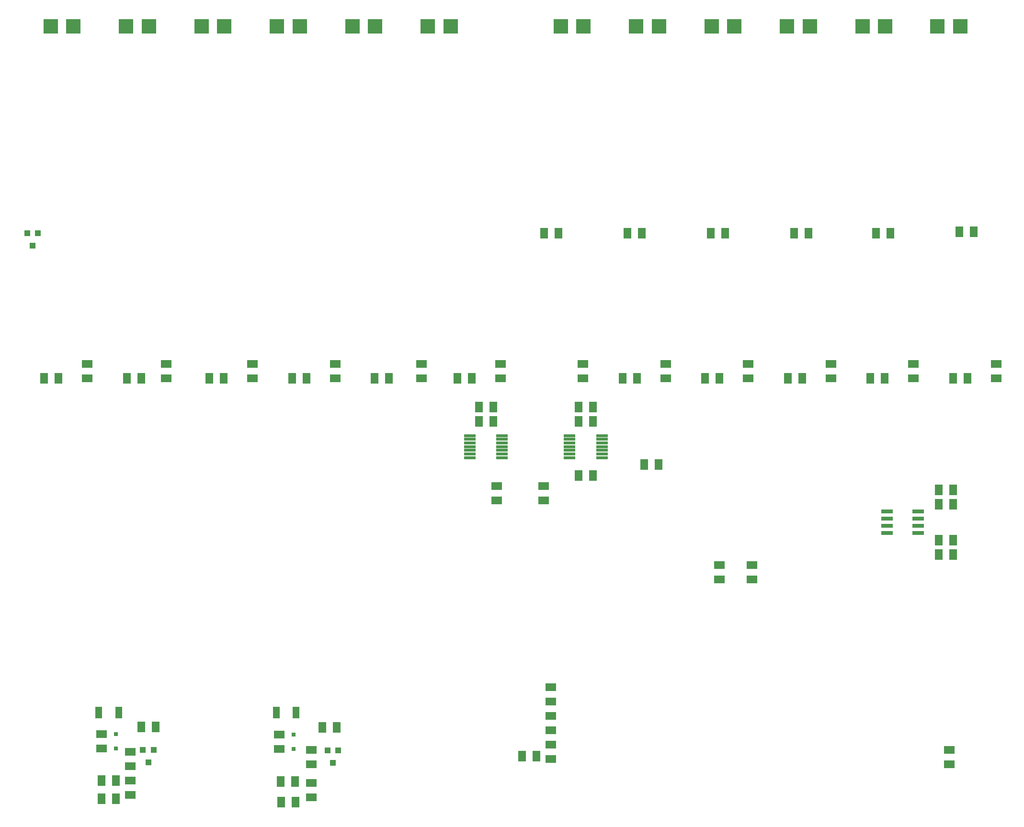
<source format=gbp>
G04 #@! TF.GenerationSoftware,KiCad,Pcbnew,7.0.9*
G04 #@! TF.CreationDate,2023-12-21T14:40:27+01:00*
G04 #@! TF.ProjectId,zone-controller,7a6f6e65-2d63-46f6-9e74-726f6c6c6572,v2.0*
G04 #@! TF.SameCoordinates,Original*
G04 #@! TF.FileFunction,Paste,Bot*
G04 #@! TF.FilePolarity,Positive*
%FSLAX46Y46*%
G04 Gerber Fmt 4.6, Leading zero omitted, Abs format (unit mm)*
G04 Created by KiCad (PCBNEW 7.0.9) date 2023-12-21 14:40:27*
%MOMM*%
%LPD*%
G01*
G04 APERTURE LIST*
G04 Aperture macros list*
%AMOutline4P*
0 Free polygon, 4 corners , with rotation*
0 The origin of the aperture is its center*
0 number of corners: always 4*
0 $1 to $8 corner X, Y*
0 $9 Rotation angle, in degrees counterclockwise*
0 create outline with 4 corners*
4,1,4,$1,$2,$3,$4,$5,$6,$7,$8,$1,$2,$9*%
G04 Aperture macros list end*
%ADD10Outline4P,-0.650000X-0.900000X0.650000X-0.900000X0.650000X0.900000X-0.650000X0.900000X90.000000*%
%ADD11Outline4P,-0.650000X-0.900000X0.650000X-0.900000X0.650000X0.900000X-0.650000X0.900000X180.000000*%
%ADD12Outline4P,-0.650000X-0.900000X0.650000X-0.900000X0.650000X0.900000X-0.650000X0.900000X0.000000*%
%ADD13Outline4P,-0.650000X-0.900000X0.650000X-0.900000X0.650000X0.900000X-0.650000X0.900000X270.000000*%
%ADD14R,2.500000X2.500000*%
%ADD15R,0.800000X0.800000*%
%ADD16R,2.000000X0.500000*%
%ADD17Outline4P,-1.000000X-0.250000X1.000000X-0.250000X1.000000X0.250000X-1.000000X0.250000X180.000000*%
%ADD18R,1.300000X2.000000*%
%ADD19R,2.000000X0.800000*%
%ADD20R,1.000000X1.000000*%
%ADD21Outline4P,-1.000000X-0.250000X1.000000X-0.250000X1.000000X0.250000X-1.000000X0.250000X0.000000*%
G04 APERTURE END LIST*
D10*
X226695000Y-147447000D03*
X226695000Y-144907000D03*
D11*
X302768000Y-99949000D03*
X300228000Y-99949000D03*
D12*
X138430000Y-125857000D03*
X140970000Y-125857000D03*
X148590000Y-196977000D03*
X151130000Y-196977000D03*
D13*
X179959000Y-188849000D03*
X179959000Y-191389000D03*
X153670000Y-191897000D03*
X153670000Y-194437000D03*
D12*
X153035000Y-125857000D03*
X155575000Y-125857000D03*
D14*
X247110000Y-63627000D03*
X243110000Y-63627000D03*
D11*
X299085000Y-145542000D03*
X296545000Y-145542000D03*
D12*
X222885000Y-192659000D03*
X225425000Y-192659000D03*
X180213000Y-197104000D03*
X182753000Y-197104000D03*
X215265000Y-130937000D03*
X217805000Y-130937000D03*
D11*
X299085000Y-154432000D03*
X296545000Y-154432000D03*
D15*
X151130000Y-191262000D03*
X151130000Y-188722000D03*
D13*
X292100000Y-123317000D03*
X292100000Y-125857000D03*
X148590000Y-188722000D03*
X148590000Y-191262000D03*
D14*
X273780000Y-63627000D03*
X269780000Y-63627000D03*
D12*
X211455000Y-125857000D03*
X213995000Y-125857000D03*
D10*
X263525000Y-161417000D03*
X263525000Y-158877000D03*
X153670000Y-199517000D03*
X153670000Y-196977000D03*
D13*
X146050000Y-123317000D03*
X146050000Y-125857000D03*
X233680000Y-123317000D03*
X233680000Y-125857000D03*
D14*
X156940000Y-63627000D03*
X152940000Y-63627000D03*
D13*
X227965000Y-180467000D03*
X227965000Y-183007000D03*
D10*
X227965000Y-188087000D03*
X227965000Y-185547000D03*
X218440000Y-147447000D03*
X218440000Y-144907000D03*
D11*
X244094000Y-100203000D03*
X241554000Y-100203000D03*
D13*
X248285000Y-123317000D03*
X248285000Y-125857000D03*
D12*
X255270000Y-125857000D03*
X257810000Y-125857000D03*
D10*
X257810000Y-161417000D03*
X257810000Y-158877000D03*
D11*
X247015000Y-141097000D03*
X244475000Y-141097000D03*
D10*
X298450000Y-194056000D03*
X298450000Y-191516000D03*
D16*
X237050500Y-135972000D03*
X237050500Y-136622000D03*
X237050500Y-137272000D03*
X237050500Y-137922000D03*
X237050500Y-138572000D03*
X237050500Y-139222000D03*
D17*
X237050500Y-139872000D03*
D16*
X231325500Y-139872000D03*
X231325500Y-139222000D03*
X231325500Y-138572000D03*
X231325500Y-137922000D03*
X231325500Y-137272000D03*
X231325500Y-136622000D03*
X231325500Y-135972000D03*
D12*
X299085000Y-125857000D03*
X301625000Y-125857000D03*
D14*
X260445000Y-63627000D03*
X256445000Y-63627000D03*
D12*
X196850000Y-125857000D03*
X199390000Y-125857000D03*
D13*
X205105000Y-123317000D03*
X205105000Y-125857000D03*
D11*
X273558000Y-100203000D03*
X271018000Y-100203000D03*
D14*
X170275000Y-63627000D03*
X166275000Y-63627000D03*
D18*
X148110000Y-184912000D03*
X151610000Y-184912000D03*
D13*
X306705000Y-123317000D03*
X306705000Y-125857000D03*
D11*
X235458000Y-143002000D03*
X232918000Y-143002000D03*
D19*
X292955000Y-149352000D03*
X292955000Y-150622000D03*
X292955000Y-151892000D03*
X292955000Y-153162000D03*
X287435000Y-153162000D03*
X287435000Y-151892000D03*
X287435000Y-150622000D03*
X287435000Y-149352000D03*
D12*
X182245000Y-125857000D03*
X184785000Y-125857000D03*
D14*
X233775000Y-63627000D03*
X229775000Y-63627000D03*
D20*
X188534000Y-191659000D03*
X190434000Y-191659000D03*
X189484000Y-193859000D03*
D14*
X210280000Y-63627000D03*
X206280000Y-63627000D03*
D12*
X232918000Y-133477000D03*
X235458000Y-133477000D03*
D13*
X189865000Y-123317000D03*
X189865000Y-125857000D03*
X175260000Y-123317000D03*
X175260000Y-125857000D03*
D18*
X179479000Y-184912000D03*
X182979000Y-184912000D03*
D20*
X155895000Y-191532000D03*
X157795000Y-191532000D03*
X156845000Y-193732000D03*
D14*
X287115000Y-63627000D03*
X283115000Y-63627000D03*
X143605000Y-63627000D03*
X139605000Y-63627000D03*
D12*
X240665000Y-125857000D03*
X243205000Y-125857000D03*
D13*
X227965000Y-190627000D03*
X227965000Y-193167000D03*
D16*
X213672500Y-139872000D03*
X213672500Y-139222000D03*
X213672500Y-138572000D03*
X213672500Y-137922000D03*
X213672500Y-137272000D03*
X213672500Y-136622000D03*
D21*
X213672500Y-135972000D03*
D16*
X219397500Y-135972000D03*
X219397500Y-136622000D03*
X219397500Y-137272000D03*
X219397500Y-137922000D03*
X219397500Y-138572000D03*
X219397500Y-139222000D03*
X219397500Y-139872000D03*
D13*
X219075000Y-123317000D03*
X219075000Y-125857000D03*
D11*
X258826000Y-100203000D03*
X256286000Y-100203000D03*
D12*
X232918000Y-130937000D03*
X235458000Y-130937000D03*
D11*
X299085000Y-156972000D03*
X296545000Y-156972000D03*
X299085000Y-148082000D03*
X296545000Y-148082000D03*
D12*
X269875000Y-125857000D03*
X272415000Y-125857000D03*
D11*
X190119000Y-187579000D03*
X187579000Y-187579000D03*
X229362000Y-100203000D03*
X226822000Y-100203000D03*
X288036000Y-100203000D03*
X285496000Y-100203000D03*
D13*
X262890000Y-123317000D03*
X262890000Y-125857000D03*
X185674000Y-191516000D03*
X185674000Y-194056000D03*
D12*
X215265000Y-133477000D03*
X217805000Y-133477000D03*
D11*
X158115000Y-187452000D03*
X155575000Y-187452000D03*
D15*
X182499000Y-191389000D03*
X182499000Y-188849000D03*
D12*
X284480000Y-125857000D03*
X287020000Y-125857000D03*
D13*
X277495000Y-123317000D03*
X277495000Y-125857000D03*
X160020000Y-123317000D03*
X160020000Y-125857000D03*
D14*
X300355000Y-63627000D03*
X296355000Y-63627000D03*
D12*
X167640000Y-125857000D03*
X170180000Y-125857000D03*
D14*
X196945000Y-63627000D03*
X192945000Y-63627000D03*
D10*
X185674000Y-199898000D03*
X185674000Y-197358000D03*
D14*
X183610000Y-63627000D03*
X179610000Y-63627000D03*
D12*
X148590000Y-200152000D03*
X151130000Y-200152000D03*
D20*
X135448000Y-100219000D03*
X137348000Y-100219000D03*
X136398000Y-102419000D03*
D12*
X180340000Y-200787000D03*
X182880000Y-200787000D03*
M02*

</source>
